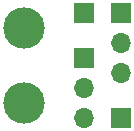
<source format=gbr>
G04 #@! TF.FileFunction,Copper,L1,Top,Signal*
%FSLAX46Y46*%
G04 Gerber Fmt 4.6, Leading zero omitted, Abs format (unit mm)*
G04 Created by KiCad (PCBNEW 4.0.7) date 10/24/17 17:03:39*
%MOMM*%
%LPD*%
G01*
G04 APERTURE LIST*
%ADD10C,0.100000*%
%ADD11C,3.500120*%
%ADD12R,1.700000X1.700000*%
%ADD13O,1.700000X1.700000*%
%ADD14C,0.600000*%
G04 APERTURE END LIST*
D10*
D11*
X180340000Y-60325000D03*
D12*
X185420000Y-52705000D03*
X188595000Y-61595000D03*
D11*
X180340000Y-53975000D03*
D12*
X185420000Y-56515000D03*
D13*
X185420000Y-59055000D03*
X185420000Y-61595000D03*
D12*
X188595000Y-52705000D03*
D13*
X188595000Y-55245000D03*
X188595000Y-57785000D03*
D14*
X180340000Y-60325000D03*
X180340000Y-53975000D03*
X188595000Y-55245000D03*
X185420000Y-59055000D03*
M02*

</source>
